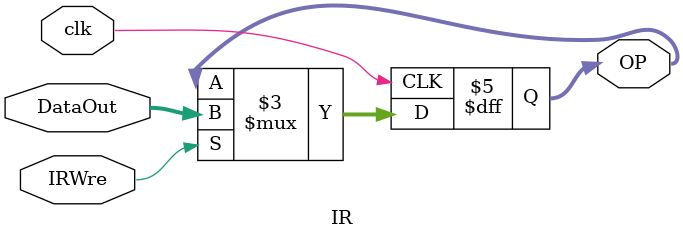
<source format=v>
`timescale 1ns / 1ps
module IR(clk,
			DataOut,
			OP,
			IRWre);
	input clk, IRWre;
	input[31:0] DataOut;
	output reg[31:0] OP;

	always @(posedge clk)
		begin
			if (IRWre == 1) OP <= DataOut;
		end
		
endmodule

</source>
